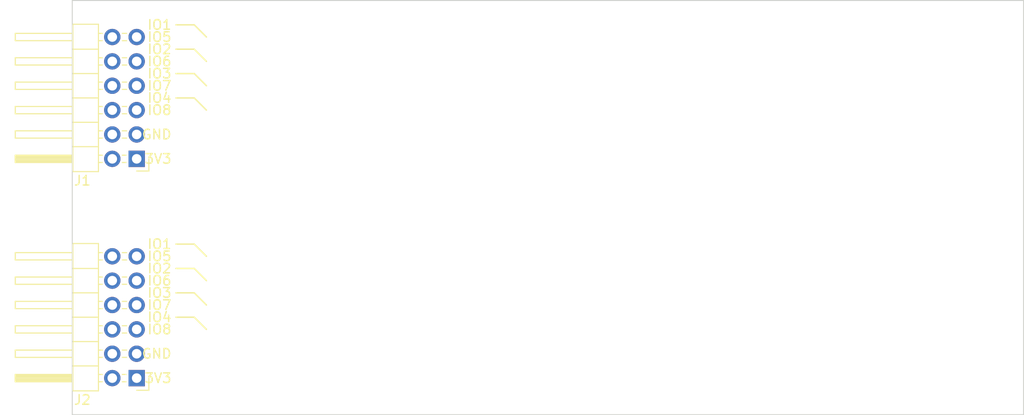
<source format=kicad_pcb>
(kicad_pcb (version 20240108) (generator "pcbnew") (generator_version "8.0")
  (title_block (title "PMOD MAX9880") (date "2024-02-21") (rev "V1.0"))
  (layers (0 "F.Cu" signal) (31 "B.Cu" signal) (34 "B.Paste" user) (35 "F.Paste" user) (36 "B.SilkS" user "B.Silkscreen") (37 "F.SilkS" user "F.Silkscreen") (38 "B.Mask" user) (39 "F.Mask" user) (44 "Edge.Cuts" user))
  (net 0 "")
  (net 1 "GND")
  (net 2 "+3V3")
  (net 3 "/IO1A")
  (net 4 "/IO2A")
  (net 5 "/IO3A")
  (net 6 "/IO4A")
  (net 7 "/IO5A")
  (net 8 "/IO6A")
  (net 9 "/IO7A")
  (net 10 "/IO8A")
  (net 11 "/IO1B")
  (net 12 "/IO2B")
  (net 13 "/IO3B")
  (net 14 "/IO4B")
  (net 15 "/IO5B")
  (net 16 "/IO6B")
  (net 17 "/IO7B")
  (net 18 "/IO8B")
  (footprint "Connector_PinHeader_2.54mm:PinHeader_2x06_P2.54mm_Horizontal" (layer "F.Cu") (at 175.6156 121.92 180)
    (property "Reference" "J1" (at 5.655 -2.27 180) (layer "F.SilkS"))
    (property "Value" "Conn_02x06_Odd_Even")
    (fp_line (start 12.64 13.08) (end 6.64 13.08) (stroke (width 0.12)) (layer "F.SilkS"))
    (fp_line (start 12.64 12.32) (end 12.64 13.08) (stroke (width 0.12)) (layer "F.SilkS"))
    (fp_line (start 12.64 10.54) (end 6.64 10.54) (stroke (width 0.12)) (layer "F.SilkS"))
    (fp_line (start 12.64 9.78) (end 12.64 10.54) (stroke (width 0.12)) (layer "F.SilkS"))
    (fp_line (start 12.64 8) (end 6.64 8) (stroke (width 0.12)) (layer "F.SilkS"))
    (fp_line (start 12.64 7.24) (end 12.64 8) (stroke (width 0.12)) (layer "F.SilkS"))
    (fp_line (start 12.64 5.46) (end 6.64 5.46) (stroke (width 0.12)) (layer "F.SilkS"))
    (fp_line (start 12.64 4.7) (end 12.64 5.46) (stroke (width 0.12)) (layer "F.SilkS"))
    (fp_line (start 12.64 2.92) (end 6.64 2.92) (stroke (width 0.12)) (layer "F.SilkS"))
    (fp_line (start 12.64 2.16) (end 12.64 2.92) (stroke (width 0.12)) (layer "F.SilkS"))
    (fp_line (start 12.64 0.38) (end 6.64 0.38) (stroke (width 0.12)) (layer "F.SilkS"))
    (fp_line (start 12.64 -0.38) (end 12.64 0.38) (stroke (width 0.12)) (layer "F.SilkS"))
    (fp_line (start 6.64 14.03) (end 6.64 -1.33) (stroke (width 0.12)) (layer "F.SilkS"))
    (fp_line (start 6.64 12.32) (end 12.64 12.32) (stroke (width 0.12)) (layer "F.SilkS"))
    (fp_line (start 6.64 9.78) (end 12.64 9.78) (stroke (width 0.12)) (layer "F.SilkS"))
    (fp_line (start 6.64 7.24) (end 12.64 7.24) (stroke (width 0.12)) (layer "F.SilkS"))
    (fp_line (start 6.64 4.7) (end 12.64 4.7) (stroke (width 0.12)) (layer "F.SilkS"))
    (fp_line (start 6.64 2.16) (end 12.64 2.16) (stroke (width 0.12)) (layer "F.SilkS"))
    (fp_line (start 6.64 0.28) (end 12.64 0.28) (stroke (width 0.12)) (layer "F.SilkS"))
    (fp_line (start 6.64 0.16) (end 12.64 0.16) (stroke (width 0.12)) (layer "F.SilkS"))
    (fp_line (start 6.64 0.04) (end 12.64 0.04) (stroke (width 0.12)) (layer "F.SilkS"))
    (fp_line (start 6.64 -0.08) (end 12.64 -0.08) (stroke (width 0.12)) (layer "F.SilkS"))
    (fp_line (start 6.64 -0.2) (end 12.64 -0.2) (stroke (width 0.12)) (layer "F.SilkS"))
    (fp_line (start 6.64 -0.32) (end 12.64 -0.32) (stroke (width 0.12)) (layer "F.SilkS"))
    (fp_line (start 6.64 -0.38) (end 12.64 -0.38) (stroke (width 0.12)) (layer "F.SilkS"))
    (fp_line (start 6.64 -1.33) (end 3.98 -1.33) (stroke (width 0.12)) (layer "F.SilkS"))
    (fp_line (start 3.98 14.03) (end 6.64 14.03) (stroke (width 0.12)) (layer "F.SilkS"))
    (fp_line (start 3.98 11.43) (end 6.64 11.43) (stroke (width 0.12)) (layer "F.SilkS"))
    (fp_line (start 3.98 8.89) (end 6.64 8.89) (stroke (width 0.12)) (layer "F.SilkS"))
    (fp_line (start 3.98 6.35) (end 6.64 6.35) (stroke (width 0.12)) (layer "F.SilkS"))
    (fp_line (start 3.98 3.81) (end 6.64 3.81) (stroke (width 0.12)) (layer "F.SilkS"))
    (fp_line (start 3.98 1.27) (end 6.64 1.27) (stroke (width 0.12)) (layer "F.SilkS"))
    (fp_line (start 3.98 -1.33) (end 3.98 14.03) (stroke (width 0.12)) (layer "F.SilkS"))
    (fp_line (start 3.582929 13.08) (end 3.98 13.08) (stroke (width 0.12)) (layer "F.SilkS"))
    (fp_line (start 3.582929 12.32) (end 3.98 12.32) (stroke (width 0.12)) (layer "F.SilkS"))
    (fp_line (start 3.582929 10.54) (end 3.98 10.54) (stroke (width 0.12)) (layer "F.SilkS"))
    (fp_line (start 3.582929 9.78) (end 3.98 9.78) (stroke (width 0.12)) (layer "F.SilkS"))
    (fp_line (start 3.582929 8) (end 3.98 8) (stroke (width 0.12)) (layer "F.SilkS"))
    (fp_line (start 3.582929 7.24) (end 3.98 7.24) (stroke (width 0.12)) (layer "F.SilkS"))
    (fp_line (start 3.582929 5.46) (end 3.98 5.46) (stroke (width 0.12)) (layer "F.SilkS"))
    (fp_line (start 3.582929 4.7) (end 3.98 4.7) (stroke (width 0.12)) (layer "F.SilkS"))
    (fp_line (start 3.582929 2.92) (end 3.98 2.92) (stroke (width 0.12)) (layer "F.SilkS"))
    (fp_line (start 3.582929 2.16) (end 3.98 2.16) (stroke (width 0.12)) (layer "F.SilkS"))
    (fp_line (start 3.582929 0.38) (end 3.98 0.38) (stroke (width 0.12)) (layer "F.SilkS"))
    (fp_line (start 3.582929 -0.38) (end 3.98 -0.38) (stroke (width 0.12)) (layer "F.SilkS"))
    (fp_line (start 1.11 0.38) (end 1.497071 0.38) (stroke (width 0.12)) (layer "F.SilkS"))
    (fp_line (start 1.11 -0.38) (end 1.497071 -0.38) (stroke (width 0.12)) (layer "F.SilkS"))
    (fp_line (start 1.042929 13.08) (end 1.497071 13.08) (stroke (width 0.12)) (layer "F.SilkS"))
    (fp_line (start 1.042929 12.32) (end 1.497071 12.32) (stroke (width 0.12)) (layer "F.SilkS"))
    (fp_line (start 1.042929 10.54) (end 1.497071 10.54) (stroke (width 0.12)) (layer "F.SilkS"))
    (fp_line (start 1.042929 9.78) (end 1.497071 9.78) (stroke (width 0.12)) (layer "F.SilkS"))
    (fp_line (start 1.042929 8) (end 1.497071 8) (stroke (width 0.12)) (layer "F.SilkS"))
    (fp_line (start 1.042929 7.24) (end 1.497071 7.24) (stroke (width 0.12)) (layer "F.SilkS"))
    (fp_line (start 1.042929 5.46) (end 1.497071 5.46) (stroke (width 0.12)) (layer "F.SilkS"))
    (fp_line (start 1.042929 4.7) (end 1.497071 4.7) (stroke (width 0.12)) (layer "F.SilkS"))
    (fp_line (start 1.042929 2.92) (end 1.497071 2.92) (stroke (width 0.12)) (layer "F.SilkS"))
    (fp_line (start 1.042929 2.16) (end 1.497071 2.16) (stroke (width 0.12)) (layer "F.SilkS"))
    (fp_line (start -1.27 0) (end -1.27 -1.27) (stroke (width 0.12)) (layer "F.SilkS"))
    (fp_line (start -1.27 -1.27) (end 0 -1.27) (stroke (width 0.12)) (layer "F.SilkS"))
    (pad "1" thru_hole rect (at 0 0 180) (size 1.7 1.7) (drill 1) (layers "*.Cu" "*.Mask") (net 2 "+3V3"))
    (pad "2" thru_hole oval (at 2.54 0 180) (size 1.7 1.7) (drill 1) (layers "*.Cu" "*.Mask") (net 2 "+3V3"))
    (pad "3" thru_hole oval (at 0 2.54 180) (size 1.7 1.7) (drill 1) (layers "*.Cu" "*.Mask") (net 1 "GND"))
    (pad "4" thru_hole oval (at 2.54 2.54 180) (size 1.7 1.7) (drill 1) (layers "*.Cu" "*.Mask") (net 1 "GND"))
    (pad "5" thru_hole oval (at 0 5.08 180) (size 1.7 1.7) (drill 1) (layers "*.Cu" "*.Mask") (net 6 "/IO4A"))
    (pad "6" thru_hole oval (at 2.54 5.08 180) (size 1.7 1.7) (drill 1) (layers "*.Cu" "*.Mask") (net 10 "/IO8A"))
    (pad "7" thru_hole oval (at 0 7.62 180) (size 1.7 1.7) (drill 1) (layers "*.Cu" "*.Mask") (net 5 "/IO3A"))
    (pad "8" thru_hole oval (at 2.54 7.62 180) (size 1.7 1.7) (drill 1) (layers "*.Cu" "*.Mask") (net 9 "/IO7A"))
    (pad "9" thru_hole oval (at 0 10.16 180) (size 1.7 1.7) (drill 1) (layers "*.Cu" "*.Mask") (net 4 "/IO2A"))
    (pad "10" thru_hole oval (at 2.54 10.16 180) (size 1.7 1.7) (drill 1) (layers "*.Cu" "*.Mask") (net 8 "/IO6A"))
    (pad "11" thru_hole oval (at 0 12.7 180) (size 1.7 1.7) (drill 1) (layers "*.Cu" "*.Mask") (net 3 "/IO1A"))
    (pad "12" thru_hole oval (at 2.54 12.7 180) (size 1.7 1.7) (drill 1) (layers "*.Cu" "*.Mask") (net 7 "/IO5A"))
  )
  (footprint "Connector_PinHeader_2.54mm:PinHeader_2x06_P2.54mm_Horizontal" (layer "F.Cu") (at 175.6156 144.78 180)
    (property "Reference" "J2" (at 5.655 -2.27 180) (layer "F.SilkS"))
    (property "Value" "Conn_02x06_Odd_Even")
    (fp_line (start 12.64 13.08) (end 6.64 13.08) (stroke (width 0.12)) (layer "F.SilkS"))
    (fp_line (start 12.64 12.32) (end 12.64 13.08) (stroke (width 0.12)) (layer "F.SilkS"))
    (fp_line (start 12.64 10.54) (end 6.64 10.54) (stroke (width 0.12)) (layer "F.SilkS"))
    (fp_line (start 12.64 9.78) (end 12.64 10.54) (stroke (width 0.12)) (layer "F.SilkS"))
    (fp_line (start 12.64 8) (end 6.64 8) (stroke (width 0.12)) (layer "F.SilkS"))
    (fp_line (start 12.64 7.24) (end 12.64 8) (stroke (width 0.12)) (layer "F.SilkS"))
    (fp_line (start 12.64 5.46) (end 6.64 5.46) (stroke (width 0.12)) (layer "F.SilkS"))
    (fp_line (start 12.64 4.7) (end 12.64 5.46) (stroke (width 0.12)) (layer "F.SilkS"))
    (fp_line (start 12.64 2.92) (end 6.64 2.92) (stroke (width 0.12)) (layer "F.SilkS"))
    (fp_line (start 12.64 2.16) (end 12.64 2.92) (stroke (width 0.12)) (layer "F.SilkS"))
    (fp_line (start 12.64 0.38) (end 6.64 0.38) (stroke (width 0.12)) (layer "F.SilkS"))
    (fp_line (start 12.64 -0.38) (end 12.64 0.38) (stroke (width 0.12)) (layer "F.SilkS"))
    (fp_line (start 6.64 14.03) (end 6.64 -1.33) (stroke (width 0.12)) (layer "F.SilkS"))
    (fp_line (start 6.64 12.32) (end 12.64 12.32) (stroke (width 0.12)) (layer "F.SilkS"))
    (fp_line (start 6.64 9.78) (end 12.64 9.78) (stroke (width 0.12)) (layer "F.SilkS"))
    (fp_line (start 6.64 7.24) (end 12.64 7.24) (stroke (width 0.12)) (layer "F.SilkS"))
    (fp_line (start 6.64 4.7) (end 12.64 4.7) (stroke (width 0.12)) (layer "F.SilkS"))
    (fp_line (start 6.64 2.16) (end 12.64 2.16) (stroke (width 0.12)) (layer "F.SilkS"))
    (fp_line (start 6.64 0.28) (end 12.64 0.28) (stroke (width 0.12)) (layer "F.SilkS"))
    (fp_line (start 6.64 0.16) (end 12.64 0.16) (stroke (width 0.12)) (layer "F.SilkS"))
    (fp_line (start 6.64 0.04) (end 12.64 0.04) (stroke (width 0.12)) (layer "F.SilkS"))
    (fp_line (start 6.64 -0.08) (end 12.64 -0.08) (stroke (width 0.12)) (layer "F.SilkS"))
    (fp_line (start 6.64 -0.2) (end 12.64 -0.2) (stroke (width 0.12)) (layer "F.SilkS"))
    (fp_line (start 6.64 -0.32) (end 12.64 -0.32) (stroke (width 0.12)) (layer "F.SilkS"))
    (fp_line (start 6.64 -0.38) (end 12.64 -0.38) (stroke (width 0.12)) (layer "F.SilkS"))
    (fp_line (start 6.64 -1.33) (end 3.98 -1.33) (stroke (width 0.12)) (layer "F.SilkS"))
    (fp_line (start 3.98 14.03) (end 6.64 14.03) (stroke (width 0.12)) (layer "F.SilkS"))
    (fp_line (start 3.98 11.43) (end 6.64 11.43) (stroke (width 0.12)) (layer "F.SilkS"))
    (fp_line (start 3.98 8.89) (end 6.64 8.89) (stroke (width 0.12)) (layer "F.SilkS"))
    (fp_line (start 3.98 6.35) (end 6.64 6.35) (stroke (width 0.12)) (layer "F.SilkS"))
    (fp_line (start 3.98 3.81) (end 6.64 3.81) (stroke (width 0.12)) (layer "F.SilkS"))
    (fp_line (start 3.98 1.27) (end 6.64 1.27) (stroke (width 0.12)) (layer "F.SilkS"))
    (fp_line (start 3.98 -1.33) (end 3.98 14.03) (stroke (width 0.12)) (layer "F.SilkS"))
    (fp_line (start 3.582929 13.08) (end 3.98 13.08) (stroke (width 0.12)) (layer "F.SilkS"))
    (fp_line (start 3.582929 12.32) (end 3.98 12.32) (stroke (width 0.12)) (layer "F.SilkS"))
    (fp_line (start 3.582929 10.54) (end 3.98 10.54) (stroke (width 0.12)) (layer "F.SilkS"))
    (fp_line (start 3.582929 9.78) (end 3.98 9.78) (stroke (width 0.12)) (layer "F.SilkS"))
    (fp_line (start 3.582929 8) (end 3.98 8) (stroke (width 0.12)) (layer "F.SilkS"))
    (fp_line (start 3.582929 7.24) (end 3.98 7.24) (stroke (width 0.12)) (layer "F.SilkS"))
    (fp_line (start 3.582929 5.46) (end 3.98 5.46) (stroke (width 0.12)) (layer "F.SilkS"))
    (fp_line (start 3.582929 4.7) (end 3.98 4.7) (stroke (width 0.12)) (layer "F.SilkS"))
    (fp_line (start 3.582929 2.92) (end 3.98 2.92) (stroke (width 0.12)) (layer "F.SilkS"))
    (fp_line (start 3.582929 2.16) (end 3.98 2.16) (stroke (width 0.12)) (layer "F.SilkS"))
    (fp_line (start 3.582929 0.38) (end 3.98 0.38) (stroke (width 0.12)) (layer "F.SilkS"))
    (fp_line (start 3.582929 -0.38) (end 3.98 -0.38) (stroke (width 0.12)) (layer "F.SilkS"))
    (fp_line (start 1.11 0.38) (end 1.497071 0.38) (stroke (width 0.12)) (layer "F.SilkS"))
    (fp_line (start 1.11 -0.38) (end 1.497071 -0.38) (stroke (width 0.12)) (layer "F.SilkS"))
    (fp_line (start 1.042929 13.08) (end 1.497071 13.08) (stroke (width 0.12)) (layer "F.SilkS"))
    (fp_line (start 1.042929 12.32) (end 1.497071 12.32) (stroke (width 0.12)) (layer "F.SilkS"))
    (fp_line (start 1.042929 10.54) (end 1.497071 10.54) (stroke (width 0.12)) (layer "F.SilkS"))
    (fp_line (start 1.042929 9.78) (end 1.497071 9.78) (stroke (width 0.12)) (layer "F.SilkS"))
    (fp_line (start 1.042929 8) (end 1.497071 8) (stroke (width 0.12)) (layer "F.SilkS"))
    (fp_line (start 1.042929 7.24) (end 1.497071 7.24) (stroke (width 0.12)) (layer "F.SilkS"))
    (fp_line (start 1.042929 5.46) (end 1.497071 5.46) (stroke (width 0.12)) (layer "F.SilkS"))
    (fp_line (start 1.042929 4.7) (end 1.497071 4.7) (stroke (width 0.12)) (layer "F.SilkS"))
    (fp_line (start 1.042929 2.92) (end 1.497071 2.92) (stroke (width 0.12)) (layer "F.SilkS"))
    (fp_line (start 1.042929 2.16) (end 1.497071 2.16) (stroke (width 0.12)) (layer "F.SilkS"))
    (fp_line (start -1.27 0) (end -1.27 -1.27) (stroke (width 0.12)) (layer "F.SilkS"))
    (fp_line (start -1.27 -1.27) (end 0 -1.27) (stroke (width 0.12)) (layer "F.SilkS"))
    (pad "1" thru_hole rect (at 0 0 180) (size 1.7 1.7) (drill 1) (layers "*.Cu" "*.Mask") (net 2 "+3V3"))
    (pad "2" thru_hole oval (at 2.54 0 180) (size 1.7 1.7) (drill 1) (layers "*.Cu" "*.Mask") (net 2 "+3V3"))
    (pad "3" thru_hole oval (at 0 2.54 180) (size 1.7 1.7) (drill 1) (layers "*.Cu" "*.Mask") (net 1 "GND"))
    (pad "4" thru_hole oval (at 2.54 2.54 180) (size 1.7 1.7) (drill 1) (layers "*.Cu" "*.Mask") (net 1 "GND"))
    (pad "5" thru_hole oval (at 0 5.08 180) (size 1.7 1.7) (drill 1) (layers "*.Cu" "*.Mask") (net 14 "/IO4B"))
    (pad "6" thru_hole oval (at 2.54 5.08 180) (size 1.7 1.7) (drill 1) (layers "*.Cu" "*.Mask") (net 18 "/IO8B"))
    (pad "7" thru_hole oval (at 0 7.62 180) (size 1.7 1.7) (drill 1) (layers "*.Cu" "*.Mask") (net 13 "/IO3B"))
    (pad "8" thru_hole oval (at 2.54 7.62 180) (size 1.7 1.7) (drill 1) (layers "*.Cu" "*.Mask") (net 17 "/IO7B"))
    (pad "9" thru_hole oval (at 0 10.16 180) (size 1.7 1.7) (drill 1) (layers "*.Cu" "*.Mask") (net 12 "/IO2B"))
    (pad "10" thru_hole oval (at 2.54 10.16 180) (size 1.7 1.7) (drill 1) (layers "*.Cu" "*.Mask") (net 16 "/IO6B"))
    (pad "11" thru_hole oval (at 0 12.7 180) (size 1.7 1.7) (drill 1) (layers "*.Cu" "*.Mask") (net 11 "/IO1B"))
    (pad "12" thru_hole oval (at 2.54 12.7 180) (size 1.7 1.7) (drill 1) (layers "*.Cu" "*.Mask") (net 15 "/IO5B"))
  )
  (gr_line (start 181.61 113.03) (end 182.88 114.3) (stroke (width 0.15)) (layer "F.SilkS"))
  (gr_line (start 179.705 110.49) (end 181.61 110.49) (stroke (width 0.15)) (layer "F.SilkS"))
  (gr_line (start 181.61 115.57) (end 182.88 116.84) (stroke (width 0.15)) (layer "F.SilkS"))
  (gr_line (start 179.705 115.57) (end 181.61 115.57) (stroke (width 0.15)) (layer "F.SilkS"))
  (gr_line (start 181.61 138.43) (end 182.88 139.7) (stroke (width 0.15)) (layer "F.SilkS"))
  (gr_line (start 181.61 135.89) (end 182.88 137.16) (stroke (width 0.15)) (layer "F.SilkS"))
  (gr_line (start 179.705 107.95) (end 181.61 107.95) (stroke (width 0.15)) (layer "F.SilkS"))
  (gr_line (start 181.61 107.95) (end 182.88 109.22) (stroke (width 0.15)) (layer "F.SilkS"))
  (gr_line (start 179.705 133.35) (end 181.61 133.35) (stroke (width 0.15)) (layer "F.SilkS"))
  (gr_line (start 179.705 130.81) (end 181.61 130.81) (stroke (width 0.15)) (layer "F.SilkS"))
  (gr_line (start 179.705 113.03) (end 181.61 113.03) (stroke (width 0.15)) (layer "F.SilkS"))
  (gr_line (start 181.61 130.81) (end 182.88 132.08) (stroke (width 0.15)) (layer "F.SilkS"))
  (gr_line (start 181.61 110.49) (end 182.88 111.76) (stroke (width 0.15)) (layer "F.SilkS"))
  (gr_line (start 179.705 135.89) (end 181.61 135.89) (stroke (width 0.15)) (layer "F.SilkS"))
  (gr_line (start 179.705 138.43) (end 181.61 138.43) (stroke (width 0.15)) (layer "F.SilkS"))
  (gr_line (start 181.61 133.35) (end 182.88 134.62) (stroke (width 0.15)) (layer "F.SilkS"))
  (gr_line (start 168.91 148.59) (end 267.97 148.59) (stroke (width 0.1)) (layer "Edge.Cuts"))
  (gr_line (start 267.97 148.59) (end 267.97 105.41) (stroke (width 0.1)) (layer "Edge.Cuts"))
  (gr_line (start 168.91 105.41) (end 168.91 148.59) (stroke (width 0.1)) (layer "Edge.Cuts"))
  (gr_line (start 267.97 105.41) (end 168.91 105.41) (stroke (width 0.1)) (layer "Edge.Cuts"))
  (gr_text "IO1" (at 179.324 107.95 0) (layer "F.SilkS") (effects (font (size 1 1)) (justify right)))
  (gr_text "IO6" (at 179.324 111.76 0) (layer "F.SilkS") (effects (font (size 1 1)) (justify right)))
  (gr_text "IO2" (at 179.324 133.35 0) (layer "F.SilkS") (effects (font (size 1 1)) (justify right)))
  (gr_text "3V3" (at 179.324 144.78 0) (layer "F.SilkS") (effects (font (size 1 1)) (justify right)))
  (gr_text "IO5" (at 179.324 132.08 0) (layer "F.SilkS") (effects (font (size 1 1)) (justify right)))
  (gr_text "3V3" (at 179.324 121.92 0) (layer "F.SilkS") (effects (font (size 1 1)) (justify right)))
  (gr_text "IO3" (at 179.324 113.03 0) (layer "F.SilkS") (effects (font (size 1 1)) (justify right)))
  (gr_text "GND" (at 179.324 142.24 0) (layer "F.SilkS") (effects (font (size 1 1)) (justify right)))
  (gr_text "IO5" (at 179.324 109.22 0) (layer "F.SilkS") (effects (font (size 1 1)) (justify right)))
  (gr_text "IO7" (at 179.324 114.3 0) (layer "F.SilkS") (effects (font (size 1 1)) (justify right)))
  (gr_text "IO7" (at 179.324 137.16 0) (layer "F.SilkS") (effects (font (size 1 1)) (justify right)))
  (gr_text "IO3" (at 179.324 135.89 0) (layer "F.SilkS") (effects (font (size 1 1)) (justify right)))
  (gr_text "IO2" (at 179.324 110.49 0) (layer "F.SilkS") (effects (font (size 1 1)) (justify right)))
  (gr_text "IO8" (at 179.324 139.7 0) (layer "F.SilkS") (effects (font (size 1 1)) (justify right)))
  (gr_text "IO8" (at 179.324 116.84 0) (layer "F.SilkS") (effects (font (size 1 1)) (justify right)))
  (gr_text "IO6" (at 179.324 134.62 0) (layer "F.SilkS") (effects (font (size 1 1)) (justify right)))
  (gr_text "IO1" (at 179.324 130.81 0) (layer "F.SilkS") (effects (font (size 1 1)) (justify right)))
  (gr_text "GND" (at 179.324 119.38 0) (layer "F.SilkS") (effects (font (size 1 1)) (justify right)))
  (gr_text "IO4" (at 179.324 115.57 0) (layer "F.SilkS") (effects (font (size 1 1)) (justify right)))
  (gr_text "IO4" (at 179.324 138.43 0) (layer "F.SilkS") (effects (font (size 1 1)) (justify right)))
)
</source>
